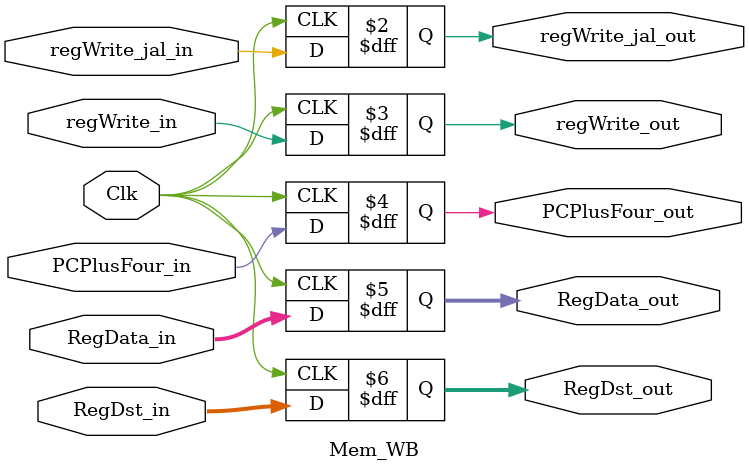
<source format=v>
`timescale 1ns / 1ps


module Mem_WB(Clk, regWrite_jal_in, regWrite_jal_out, regWrite_in, regWrite_out, PCPlusFour_in, PCPlusFour_out, RegData_in, RegData_out, RegDst_in, RegDst_out);
    input Clk, regWrite_jal_in, regWrite_in, PCPlusFour_in;
    output reg regWrite_jal_out, regWrite_out, PCPlusFour_out;
    input [31:0] RegData_in;
    output reg [31:0] RegData_out;
    input [4:0] RegDst_in;
    output reg [4:0] RegDst_out;
    
    always@(posedge Clk) begin
        regWrite_jal_out <= regWrite_jal_in;
        regWrite_out <= regWrite_in;
        PCPlusFour_out <= PCPlusFour_in;
        RegData_out <= RegData_in;
        RegDst_out <= RegDst_in;
    end 



endmodule

</source>
